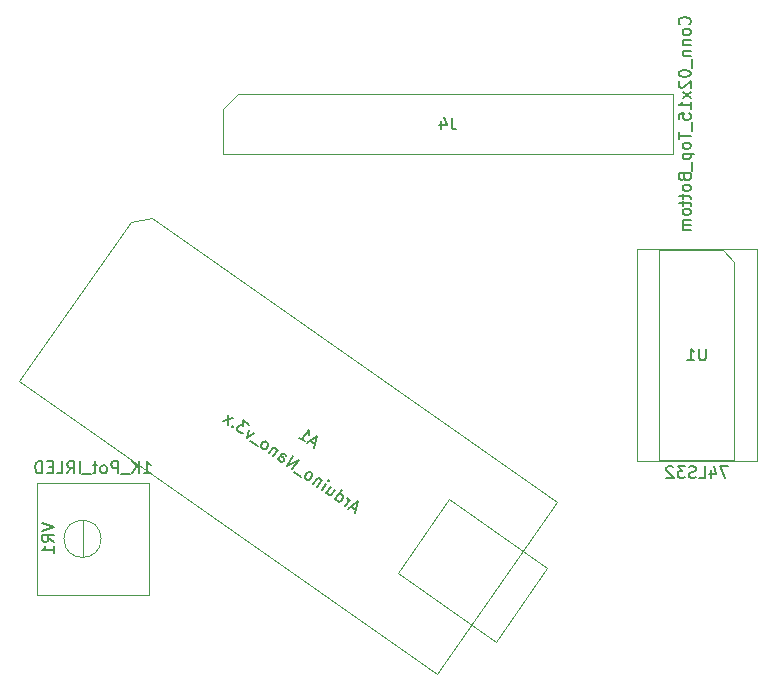
<source format=gbr>
G04 #@! TF.GenerationSoftware,KiCad,Pcbnew,7.0.5-7.0.5~ubuntu20.04.1*
G04 #@! TF.CreationDate,2023-08-30T13:21:52+01:00*
G04 #@! TF.ProjectId,Swarm-B_20230626,53776172-6d2d-4425-9f32-303233303632,rev?*
G04 #@! TF.SameCoordinates,Original*
G04 #@! TF.FileFunction,AssemblyDrawing,Bot*
%FSLAX46Y46*%
G04 Gerber Fmt 4.6, Leading zero omitted, Abs format (unit mm)*
G04 Created by KiCad (PCBNEW 7.0.5-7.0.5~ubuntu20.04.1) date 2023-08-30 13:21:52*
%MOMM*%
%LPD*%
G01*
G04 APERTURE LIST*
%ADD10C,0.150000*%
%ADD11C,0.100000*%
G04 APERTURE END LIST*
D10*
X111076479Y-107590625D02*
X110686407Y-107317493D01*
X110990614Y-107879295D02*
X111291140Y-106868951D01*
X111291140Y-106868951D02*
X110444513Y-107496910D01*
X110171462Y-107305718D02*
X110553847Y-106759617D01*
X110444594Y-106915646D02*
X110460213Y-106810318D01*
X110460213Y-106810318D02*
X110448519Y-106743998D01*
X110448519Y-106743998D02*
X110397818Y-106650364D01*
X110397818Y-106650364D02*
X110319803Y-106595738D01*
X109313303Y-106704828D02*
X109886879Y-105885676D01*
X109340616Y-106665821D02*
X109391317Y-106759455D01*
X109391317Y-106759455D02*
X109547346Y-106868707D01*
X109547346Y-106868707D02*
X109652674Y-106884326D01*
X109652674Y-106884326D02*
X109718994Y-106872632D01*
X109718994Y-106872632D02*
X109812628Y-106821931D01*
X109812628Y-106821931D02*
X109976507Y-106587888D01*
X109976507Y-106587888D02*
X109992126Y-106482560D01*
X109992126Y-106482560D02*
X109980432Y-106416240D01*
X109980432Y-106416240D02*
X109929730Y-106322606D01*
X109929730Y-106322606D02*
X109773701Y-106213353D01*
X109773701Y-106213353D02*
X109668374Y-106197734D01*
X108954549Y-105639777D02*
X108572165Y-106185878D01*
X109305615Y-105885595D02*
X109005170Y-106314675D01*
X109005170Y-106314675D02*
X108911536Y-106365376D01*
X108911536Y-106365376D02*
X108806208Y-106349757D01*
X108806208Y-106349757D02*
X108689187Y-106267818D01*
X108689187Y-106267818D02*
X108638485Y-106174184D01*
X108638485Y-106174184D02*
X108626791Y-106107864D01*
X108182093Y-105912747D02*
X108564477Y-105366645D01*
X108755669Y-105093595D02*
X108767363Y-105159915D01*
X108767363Y-105159915D02*
X108701043Y-105171609D01*
X108701043Y-105171609D02*
X108689349Y-105105289D01*
X108689349Y-105105289D02*
X108755669Y-105093595D01*
X108755669Y-105093595D02*
X108701043Y-105171609D01*
X108174405Y-105093514D02*
X107792021Y-105639615D01*
X108119779Y-105171528D02*
X108108084Y-105105208D01*
X108108084Y-105105208D02*
X108057383Y-105011574D01*
X108057383Y-105011574D02*
X107940361Y-104929635D01*
X107940361Y-104929635D02*
X107835034Y-104914016D01*
X107835034Y-104914016D02*
X107741400Y-104964717D01*
X107741400Y-104964717D02*
X107440955Y-105393797D01*
X106933861Y-105038726D02*
X107039189Y-105054345D01*
X107039189Y-105054345D02*
X107105509Y-105042651D01*
X107105509Y-105042651D02*
X107199143Y-104991949D01*
X107199143Y-104991949D02*
X107363022Y-104757906D01*
X107363022Y-104757906D02*
X107378641Y-104652578D01*
X107378641Y-104652578D02*
X107366947Y-104586258D01*
X107366947Y-104586258D02*
X107316245Y-104492624D01*
X107316245Y-104492624D02*
X107199224Y-104410685D01*
X107199224Y-104410685D02*
X107093896Y-104395066D01*
X107093896Y-104395066D02*
X107027576Y-104406760D01*
X107027576Y-104406760D02*
X106933942Y-104457461D01*
X106933942Y-104457461D02*
X106770063Y-104691504D01*
X106770063Y-104691504D02*
X106754444Y-104796832D01*
X106754444Y-104796832D02*
X106766138Y-104863152D01*
X106766138Y-104863152D02*
X106816839Y-104956786D01*
X106816839Y-104956786D02*
X106933861Y-105038726D01*
X106450155Y-104816295D02*
X105826039Y-104379285D01*
X105685629Y-104164704D02*
X106259206Y-103345552D01*
X106259206Y-103345552D02*
X105217542Y-103836946D01*
X105217542Y-103836946D02*
X105791119Y-103017794D01*
X104476405Y-103317996D02*
X104776850Y-102888916D01*
X104776850Y-102888916D02*
X104870483Y-102838215D01*
X104870483Y-102838215D02*
X104975811Y-102853834D01*
X104975811Y-102853834D02*
X105131840Y-102963087D01*
X105131840Y-102963087D02*
X105182541Y-103056720D01*
X104503718Y-103278989D02*
X104554419Y-103372622D01*
X104554419Y-103372622D02*
X104749456Y-103509188D01*
X104749456Y-103509188D02*
X104854783Y-103524807D01*
X104854783Y-103524807D02*
X104948417Y-103474106D01*
X104948417Y-103474106D02*
X105003043Y-103396092D01*
X105003043Y-103396092D02*
X105018662Y-103290764D01*
X105018662Y-103290764D02*
X104967961Y-103197130D01*
X104967961Y-103197130D02*
X104772925Y-103060564D01*
X104772925Y-103060564D02*
X104722223Y-102966931D01*
X104468717Y-102498763D02*
X104086332Y-103044864D01*
X104414090Y-102576778D02*
X104402396Y-102510457D01*
X104402396Y-102510457D02*
X104351695Y-102416824D01*
X104351695Y-102416824D02*
X104234673Y-102334884D01*
X104234673Y-102334884D02*
X104129346Y-102319265D01*
X104129346Y-102319265D02*
X104035712Y-102369966D01*
X104035712Y-102369966D02*
X103735267Y-102799046D01*
X103228173Y-102443975D02*
X103333501Y-102459594D01*
X103333501Y-102459594D02*
X103399821Y-102447900D01*
X103399821Y-102447900D02*
X103493455Y-102397198D01*
X103493455Y-102397198D02*
X103657334Y-102163155D01*
X103657334Y-102163155D02*
X103672953Y-102057827D01*
X103672953Y-102057827D02*
X103661259Y-101991507D01*
X103661259Y-101991507D02*
X103610557Y-101897873D01*
X103610557Y-101897873D02*
X103493536Y-101815934D01*
X103493536Y-101815934D02*
X103388208Y-101800315D01*
X103388208Y-101800315D02*
X103321888Y-101812009D01*
X103321888Y-101812009D02*
X103228254Y-101862710D01*
X103228254Y-101862710D02*
X103064375Y-102096754D01*
X103064375Y-102096754D02*
X103048756Y-102202081D01*
X103048756Y-102202081D02*
X103060450Y-102268402D01*
X103060450Y-102268402D02*
X103111151Y-102362035D01*
X103111151Y-102362035D02*
X103228173Y-102443975D01*
X102744467Y-102221544D02*
X102120351Y-101784534D01*
X102440340Y-101078478D02*
X101862919Y-101488014D01*
X101862919Y-101488014D02*
X102050267Y-100805347D01*
X102007416Y-100368417D02*
X101500322Y-100013346D01*
X101500322Y-100013346D02*
X101554867Y-100516596D01*
X101554867Y-100516596D02*
X101437845Y-100434656D01*
X101437845Y-100434656D02*
X101332518Y-100419037D01*
X101332518Y-100419037D02*
X101266197Y-100430731D01*
X101266197Y-100430731D02*
X101172564Y-100481433D01*
X101172564Y-100481433D02*
X101035998Y-100676469D01*
X101035998Y-100676469D02*
X101020379Y-100781796D01*
X101020379Y-100781796D02*
X101032073Y-100848117D01*
X101032073Y-100848117D02*
X101082774Y-100941750D01*
X101082774Y-100941750D02*
X101316818Y-101105629D01*
X101316818Y-101105629D02*
X101422145Y-101121248D01*
X101422145Y-101121248D02*
X101488466Y-101109554D01*
X100630306Y-100508665D02*
X100563986Y-100520359D01*
X100563986Y-100520359D02*
X100575680Y-100586679D01*
X100575680Y-100586679D02*
X100642001Y-100574985D01*
X100642001Y-100574985D02*
X100630306Y-100508665D01*
X100630306Y-100508665D02*
X100575680Y-100586679D01*
X100263623Y-100368174D02*
X100216927Y-99521628D01*
X100646007Y-99822073D02*
X99834543Y-100067729D01*
X107598947Y-102054864D02*
X107208874Y-101781732D01*
X107513082Y-102343533D02*
X107813608Y-101333189D01*
X107813608Y-101333189D02*
X106966981Y-101961149D01*
X106264850Y-101469512D02*
X106732937Y-101797270D01*
X106498894Y-101633391D02*
X107072470Y-100814239D01*
X107072470Y-100814239D02*
X107068545Y-100985887D01*
X107068545Y-100985887D02*
X107091933Y-101118528D01*
X107091933Y-101118528D02*
X107142635Y-101212161D01*
X142596856Y-103892819D02*
X141930190Y-103892819D01*
X141930190Y-103892819D02*
X142358761Y-104892819D01*
X141120666Y-104226152D02*
X141120666Y-104892819D01*
X141358761Y-103845200D02*
X141596856Y-104559485D01*
X141596856Y-104559485D02*
X140977809Y-104559485D01*
X140120666Y-104892819D02*
X140596856Y-104892819D01*
X140596856Y-104892819D02*
X140596856Y-103892819D01*
X139834951Y-104845200D02*
X139692094Y-104892819D01*
X139692094Y-104892819D02*
X139453999Y-104892819D01*
X139453999Y-104892819D02*
X139358761Y-104845200D01*
X139358761Y-104845200D02*
X139311142Y-104797580D01*
X139311142Y-104797580D02*
X139263523Y-104702342D01*
X139263523Y-104702342D02*
X139263523Y-104607104D01*
X139263523Y-104607104D02*
X139311142Y-104511866D01*
X139311142Y-104511866D02*
X139358761Y-104464247D01*
X139358761Y-104464247D02*
X139453999Y-104416628D01*
X139453999Y-104416628D02*
X139644475Y-104369009D01*
X139644475Y-104369009D02*
X139739713Y-104321390D01*
X139739713Y-104321390D02*
X139787332Y-104273771D01*
X139787332Y-104273771D02*
X139834951Y-104178533D01*
X139834951Y-104178533D02*
X139834951Y-104083295D01*
X139834951Y-104083295D02*
X139787332Y-103988057D01*
X139787332Y-103988057D02*
X139739713Y-103940438D01*
X139739713Y-103940438D02*
X139644475Y-103892819D01*
X139644475Y-103892819D02*
X139406380Y-103892819D01*
X139406380Y-103892819D02*
X139263523Y-103940438D01*
X138930189Y-103892819D02*
X138311142Y-103892819D01*
X138311142Y-103892819D02*
X138644475Y-104273771D01*
X138644475Y-104273771D02*
X138501618Y-104273771D01*
X138501618Y-104273771D02*
X138406380Y-104321390D01*
X138406380Y-104321390D02*
X138358761Y-104369009D01*
X138358761Y-104369009D02*
X138311142Y-104464247D01*
X138311142Y-104464247D02*
X138311142Y-104702342D01*
X138311142Y-104702342D02*
X138358761Y-104797580D01*
X138358761Y-104797580D02*
X138406380Y-104845200D01*
X138406380Y-104845200D02*
X138501618Y-104892819D01*
X138501618Y-104892819D02*
X138787332Y-104892819D01*
X138787332Y-104892819D02*
X138882570Y-104845200D01*
X138882570Y-104845200D02*
X138930189Y-104797580D01*
X137930189Y-103988057D02*
X137882570Y-103940438D01*
X137882570Y-103940438D02*
X137787332Y-103892819D01*
X137787332Y-103892819D02*
X137549237Y-103892819D01*
X137549237Y-103892819D02*
X137453999Y-103940438D01*
X137453999Y-103940438D02*
X137406380Y-103988057D01*
X137406380Y-103988057D02*
X137358761Y-104083295D01*
X137358761Y-104083295D02*
X137358761Y-104178533D01*
X137358761Y-104178533D02*
X137406380Y-104321390D01*
X137406380Y-104321390D02*
X137977808Y-104892819D01*
X137977808Y-104892819D02*
X137358761Y-104892819D01*
X140715904Y-93942819D02*
X140715904Y-94752342D01*
X140715904Y-94752342D02*
X140668285Y-94847580D01*
X140668285Y-94847580D02*
X140620666Y-94895200D01*
X140620666Y-94895200D02*
X140525428Y-94942819D01*
X140525428Y-94942819D02*
X140334952Y-94942819D01*
X140334952Y-94942819D02*
X140239714Y-94895200D01*
X140239714Y-94895200D02*
X140192095Y-94847580D01*
X140192095Y-94847580D02*
X140144476Y-94752342D01*
X140144476Y-94752342D02*
X140144476Y-93942819D01*
X139144476Y-94942819D02*
X139715904Y-94942819D01*
X139430190Y-94942819D02*
X139430190Y-93942819D01*
X139430190Y-93942819D02*
X139525428Y-94085676D01*
X139525428Y-94085676D02*
X139620666Y-94180914D01*
X139620666Y-94180914D02*
X139715904Y-94228533D01*
X93113524Y-104487819D02*
X93684952Y-104487819D01*
X93399238Y-104487819D02*
X93399238Y-103487819D01*
X93399238Y-103487819D02*
X93494476Y-103630676D01*
X93494476Y-103630676D02*
X93589714Y-103725914D01*
X93589714Y-103725914D02*
X93684952Y-103773533D01*
X92684952Y-104487819D02*
X92684952Y-103487819D01*
X92113524Y-104487819D02*
X92542095Y-103916390D01*
X92113524Y-103487819D02*
X92684952Y-104059247D01*
X91923048Y-104583057D02*
X91161143Y-104583057D01*
X90923047Y-104487819D02*
X90923047Y-103487819D01*
X90923047Y-103487819D02*
X90542095Y-103487819D01*
X90542095Y-103487819D02*
X90446857Y-103535438D01*
X90446857Y-103535438D02*
X90399238Y-103583057D01*
X90399238Y-103583057D02*
X90351619Y-103678295D01*
X90351619Y-103678295D02*
X90351619Y-103821152D01*
X90351619Y-103821152D02*
X90399238Y-103916390D01*
X90399238Y-103916390D02*
X90446857Y-103964009D01*
X90446857Y-103964009D02*
X90542095Y-104011628D01*
X90542095Y-104011628D02*
X90923047Y-104011628D01*
X89780190Y-104487819D02*
X89875428Y-104440200D01*
X89875428Y-104440200D02*
X89923047Y-104392580D01*
X89923047Y-104392580D02*
X89970666Y-104297342D01*
X89970666Y-104297342D02*
X89970666Y-104011628D01*
X89970666Y-104011628D02*
X89923047Y-103916390D01*
X89923047Y-103916390D02*
X89875428Y-103868771D01*
X89875428Y-103868771D02*
X89780190Y-103821152D01*
X89780190Y-103821152D02*
X89637333Y-103821152D01*
X89637333Y-103821152D02*
X89542095Y-103868771D01*
X89542095Y-103868771D02*
X89494476Y-103916390D01*
X89494476Y-103916390D02*
X89446857Y-104011628D01*
X89446857Y-104011628D02*
X89446857Y-104297342D01*
X89446857Y-104297342D02*
X89494476Y-104392580D01*
X89494476Y-104392580D02*
X89542095Y-104440200D01*
X89542095Y-104440200D02*
X89637333Y-104487819D01*
X89637333Y-104487819D02*
X89780190Y-104487819D01*
X89161142Y-103821152D02*
X88780190Y-103821152D01*
X89018285Y-103487819D02*
X89018285Y-104344961D01*
X89018285Y-104344961D02*
X88970666Y-104440200D01*
X88970666Y-104440200D02*
X88875428Y-104487819D01*
X88875428Y-104487819D02*
X88780190Y-104487819D01*
X88684952Y-104583057D02*
X87923047Y-104583057D01*
X87684951Y-104487819D02*
X87684951Y-103487819D01*
X86637333Y-104487819D02*
X86970666Y-104011628D01*
X87208761Y-104487819D02*
X87208761Y-103487819D01*
X87208761Y-103487819D02*
X86827809Y-103487819D01*
X86827809Y-103487819D02*
X86732571Y-103535438D01*
X86732571Y-103535438D02*
X86684952Y-103583057D01*
X86684952Y-103583057D02*
X86637333Y-103678295D01*
X86637333Y-103678295D02*
X86637333Y-103821152D01*
X86637333Y-103821152D02*
X86684952Y-103916390D01*
X86684952Y-103916390D02*
X86732571Y-103964009D01*
X86732571Y-103964009D02*
X86827809Y-104011628D01*
X86827809Y-104011628D02*
X87208761Y-104011628D01*
X85732571Y-104487819D02*
X86208761Y-104487819D01*
X86208761Y-104487819D02*
X86208761Y-103487819D01*
X85399237Y-103964009D02*
X85065904Y-103964009D01*
X84923047Y-104487819D02*
X85399237Y-104487819D01*
X85399237Y-104487819D02*
X85399237Y-103487819D01*
X85399237Y-103487819D02*
X84923047Y-103487819D01*
X84494475Y-104487819D02*
X84494475Y-103487819D01*
X84494475Y-103487819D02*
X84256380Y-103487819D01*
X84256380Y-103487819D02*
X84113523Y-103535438D01*
X84113523Y-103535438D02*
X84018285Y-103630676D01*
X84018285Y-103630676D02*
X83970666Y-103725914D01*
X83970666Y-103725914D02*
X83923047Y-103916390D01*
X83923047Y-103916390D02*
X83923047Y-104059247D01*
X83923047Y-104059247D02*
X83970666Y-104249723D01*
X83970666Y-104249723D02*
X84018285Y-104344961D01*
X84018285Y-104344961D02*
X84113523Y-104440200D01*
X84113523Y-104440200D02*
X84256380Y-104487819D01*
X84256380Y-104487819D02*
X84494475Y-104487819D01*
X84493819Y-108738476D02*
X85493819Y-109071809D01*
X85493819Y-109071809D02*
X84493819Y-109405142D01*
X85493819Y-110309904D02*
X85017628Y-109976571D01*
X85493819Y-109738476D02*
X84493819Y-109738476D01*
X84493819Y-109738476D02*
X84493819Y-110119428D01*
X84493819Y-110119428D02*
X84541438Y-110214666D01*
X84541438Y-110214666D02*
X84589057Y-110262285D01*
X84589057Y-110262285D02*
X84684295Y-110309904D01*
X84684295Y-110309904D02*
X84827152Y-110309904D01*
X84827152Y-110309904D02*
X84922390Y-110262285D01*
X84922390Y-110262285D02*
X84970009Y-110214666D01*
X84970009Y-110214666D02*
X85017628Y-110119428D01*
X85017628Y-110119428D02*
X85017628Y-109738476D01*
X85493819Y-111262285D02*
X85493819Y-110690857D01*
X85493819Y-110976571D02*
X84493819Y-110976571D01*
X84493819Y-110976571D02*
X84636676Y-110881333D01*
X84636676Y-110881333D02*
X84731914Y-110786095D01*
X84731914Y-110786095D02*
X84779533Y-110690857D01*
X139313580Y-66489427D02*
X139361200Y-66441808D01*
X139361200Y-66441808D02*
X139408819Y-66298951D01*
X139408819Y-66298951D02*
X139408819Y-66203713D01*
X139408819Y-66203713D02*
X139361200Y-66060856D01*
X139361200Y-66060856D02*
X139265961Y-65965618D01*
X139265961Y-65965618D02*
X139170723Y-65917999D01*
X139170723Y-65917999D02*
X138980247Y-65870380D01*
X138980247Y-65870380D02*
X138837390Y-65870380D01*
X138837390Y-65870380D02*
X138646914Y-65917999D01*
X138646914Y-65917999D02*
X138551676Y-65965618D01*
X138551676Y-65965618D02*
X138456438Y-66060856D01*
X138456438Y-66060856D02*
X138408819Y-66203713D01*
X138408819Y-66203713D02*
X138408819Y-66298951D01*
X138408819Y-66298951D02*
X138456438Y-66441808D01*
X138456438Y-66441808D02*
X138504057Y-66489427D01*
X139408819Y-67060856D02*
X139361200Y-66965618D01*
X139361200Y-66965618D02*
X139313580Y-66917999D01*
X139313580Y-66917999D02*
X139218342Y-66870380D01*
X139218342Y-66870380D02*
X138932628Y-66870380D01*
X138932628Y-66870380D02*
X138837390Y-66917999D01*
X138837390Y-66917999D02*
X138789771Y-66965618D01*
X138789771Y-66965618D02*
X138742152Y-67060856D01*
X138742152Y-67060856D02*
X138742152Y-67203713D01*
X138742152Y-67203713D02*
X138789771Y-67298951D01*
X138789771Y-67298951D02*
X138837390Y-67346570D01*
X138837390Y-67346570D02*
X138932628Y-67394189D01*
X138932628Y-67394189D02*
X139218342Y-67394189D01*
X139218342Y-67394189D02*
X139313580Y-67346570D01*
X139313580Y-67346570D02*
X139361200Y-67298951D01*
X139361200Y-67298951D02*
X139408819Y-67203713D01*
X139408819Y-67203713D02*
X139408819Y-67060856D01*
X138742152Y-67822761D02*
X139408819Y-67822761D01*
X138837390Y-67822761D02*
X138789771Y-67870380D01*
X138789771Y-67870380D02*
X138742152Y-67965618D01*
X138742152Y-67965618D02*
X138742152Y-68108475D01*
X138742152Y-68108475D02*
X138789771Y-68203713D01*
X138789771Y-68203713D02*
X138885009Y-68251332D01*
X138885009Y-68251332D02*
X139408819Y-68251332D01*
X138742152Y-68727523D02*
X139408819Y-68727523D01*
X138837390Y-68727523D02*
X138789771Y-68775142D01*
X138789771Y-68775142D02*
X138742152Y-68870380D01*
X138742152Y-68870380D02*
X138742152Y-69013237D01*
X138742152Y-69013237D02*
X138789771Y-69108475D01*
X138789771Y-69108475D02*
X138885009Y-69156094D01*
X138885009Y-69156094D02*
X139408819Y-69156094D01*
X139504057Y-69394190D02*
X139504057Y-70156094D01*
X138408819Y-70584666D02*
X138408819Y-70679904D01*
X138408819Y-70679904D02*
X138456438Y-70775142D01*
X138456438Y-70775142D02*
X138504057Y-70822761D01*
X138504057Y-70822761D02*
X138599295Y-70870380D01*
X138599295Y-70870380D02*
X138789771Y-70917999D01*
X138789771Y-70917999D02*
X139027866Y-70917999D01*
X139027866Y-70917999D02*
X139218342Y-70870380D01*
X139218342Y-70870380D02*
X139313580Y-70822761D01*
X139313580Y-70822761D02*
X139361200Y-70775142D01*
X139361200Y-70775142D02*
X139408819Y-70679904D01*
X139408819Y-70679904D02*
X139408819Y-70584666D01*
X139408819Y-70584666D02*
X139361200Y-70489428D01*
X139361200Y-70489428D02*
X139313580Y-70441809D01*
X139313580Y-70441809D02*
X139218342Y-70394190D01*
X139218342Y-70394190D02*
X139027866Y-70346571D01*
X139027866Y-70346571D02*
X138789771Y-70346571D01*
X138789771Y-70346571D02*
X138599295Y-70394190D01*
X138599295Y-70394190D02*
X138504057Y-70441809D01*
X138504057Y-70441809D02*
X138456438Y-70489428D01*
X138456438Y-70489428D02*
X138408819Y-70584666D01*
X138504057Y-71298952D02*
X138456438Y-71346571D01*
X138456438Y-71346571D02*
X138408819Y-71441809D01*
X138408819Y-71441809D02*
X138408819Y-71679904D01*
X138408819Y-71679904D02*
X138456438Y-71775142D01*
X138456438Y-71775142D02*
X138504057Y-71822761D01*
X138504057Y-71822761D02*
X138599295Y-71870380D01*
X138599295Y-71870380D02*
X138694533Y-71870380D01*
X138694533Y-71870380D02*
X138837390Y-71822761D01*
X138837390Y-71822761D02*
X139408819Y-71251333D01*
X139408819Y-71251333D02*
X139408819Y-71870380D01*
X139408819Y-72203714D02*
X138742152Y-72727523D01*
X138742152Y-72203714D02*
X139408819Y-72727523D01*
X139408819Y-73632285D02*
X139408819Y-73060857D01*
X139408819Y-73346571D02*
X138408819Y-73346571D01*
X138408819Y-73346571D02*
X138551676Y-73251333D01*
X138551676Y-73251333D02*
X138646914Y-73156095D01*
X138646914Y-73156095D02*
X138694533Y-73060857D01*
X138408819Y-74537047D02*
X138408819Y-74060857D01*
X138408819Y-74060857D02*
X138885009Y-74013238D01*
X138885009Y-74013238D02*
X138837390Y-74060857D01*
X138837390Y-74060857D02*
X138789771Y-74156095D01*
X138789771Y-74156095D02*
X138789771Y-74394190D01*
X138789771Y-74394190D02*
X138837390Y-74489428D01*
X138837390Y-74489428D02*
X138885009Y-74537047D01*
X138885009Y-74537047D02*
X138980247Y-74584666D01*
X138980247Y-74584666D02*
X139218342Y-74584666D01*
X139218342Y-74584666D02*
X139313580Y-74537047D01*
X139313580Y-74537047D02*
X139361200Y-74489428D01*
X139361200Y-74489428D02*
X139408819Y-74394190D01*
X139408819Y-74394190D02*
X139408819Y-74156095D01*
X139408819Y-74156095D02*
X139361200Y-74060857D01*
X139361200Y-74060857D02*
X139313580Y-74013238D01*
X139504057Y-74775143D02*
X139504057Y-75537047D01*
X138408819Y-75632286D02*
X138408819Y-76203714D01*
X139408819Y-75918000D02*
X138408819Y-75918000D01*
X139408819Y-76679905D02*
X139361200Y-76584667D01*
X139361200Y-76584667D02*
X139313580Y-76537048D01*
X139313580Y-76537048D02*
X139218342Y-76489429D01*
X139218342Y-76489429D02*
X138932628Y-76489429D01*
X138932628Y-76489429D02*
X138837390Y-76537048D01*
X138837390Y-76537048D02*
X138789771Y-76584667D01*
X138789771Y-76584667D02*
X138742152Y-76679905D01*
X138742152Y-76679905D02*
X138742152Y-76822762D01*
X138742152Y-76822762D02*
X138789771Y-76918000D01*
X138789771Y-76918000D02*
X138837390Y-76965619D01*
X138837390Y-76965619D02*
X138932628Y-77013238D01*
X138932628Y-77013238D02*
X139218342Y-77013238D01*
X139218342Y-77013238D02*
X139313580Y-76965619D01*
X139313580Y-76965619D02*
X139361200Y-76918000D01*
X139361200Y-76918000D02*
X139408819Y-76822762D01*
X139408819Y-76822762D02*
X139408819Y-76679905D01*
X138742152Y-77441810D02*
X139742152Y-77441810D01*
X138789771Y-77441810D02*
X138742152Y-77537048D01*
X138742152Y-77537048D02*
X138742152Y-77727524D01*
X138742152Y-77727524D02*
X138789771Y-77822762D01*
X138789771Y-77822762D02*
X138837390Y-77870381D01*
X138837390Y-77870381D02*
X138932628Y-77918000D01*
X138932628Y-77918000D02*
X139218342Y-77918000D01*
X139218342Y-77918000D02*
X139313580Y-77870381D01*
X139313580Y-77870381D02*
X139361200Y-77822762D01*
X139361200Y-77822762D02*
X139408819Y-77727524D01*
X139408819Y-77727524D02*
X139408819Y-77537048D01*
X139408819Y-77537048D02*
X139361200Y-77441810D01*
X139504057Y-78108477D02*
X139504057Y-78870381D01*
X138885009Y-79441810D02*
X138932628Y-79584667D01*
X138932628Y-79584667D02*
X138980247Y-79632286D01*
X138980247Y-79632286D02*
X139075485Y-79679905D01*
X139075485Y-79679905D02*
X139218342Y-79679905D01*
X139218342Y-79679905D02*
X139313580Y-79632286D01*
X139313580Y-79632286D02*
X139361200Y-79584667D01*
X139361200Y-79584667D02*
X139408819Y-79489429D01*
X139408819Y-79489429D02*
X139408819Y-79108477D01*
X139408819Y-79108477D02*
X138408819Y-79108477D01*
X138408819Y-79108477D02*
X138408819Y-79441810D01*
X138408819Y-79441810D02*
X138456438Y-79537048D01*
X138456438Y-79537048D02*
X138504057Y-79584667D01*
X138504057Y-79584667D02*
X138599295Y-79632286D01*
X138599295Y-79632286D02*
X138694533Y-79632286D01*
X138694533Y-79632286D02*
X138789771Y-79584667D01*
X138789771Y-79584667D02*
X138837390Y-79537048D01*
X138837390Y-79537048D02*
X138885009Y-79441810D01*
X138885009Y-79441810D02*
X138885009Y-79108477D01*
X139408819Y-80251334D02*
X139361200Y-80156096D01*
X139361200Y-80156096D02*
X139313580Y-80108477D01*
X139313580Y-80108477D02*
X139218342Y-80060858D01*
X139218342Y-80060858D02*
X138932628Y-80060858D01*
X138932628Y-80060858D02*
X138837390Y-80108477D01*
X138837390Y-80108477D02*
X138789771Y-80156096D01*
X138789771Y-80156096D02*
X138742152Y-80251334D01*
X138742152Y-80251334D02*
X138742152Y-80394191D01*
X138742152Y-80394191D02*
X138789771Y-80489429D01*
X138789771Y-80489429D02*
X138837390Y-80537048D01*
X138837390Y-80537048D02*
X138932628Y-80584667D01*
X138932628Y-80584667D02*
X139218342Y-80584667D01*
X139218342Y-80584667D02*
X139313580Y-80537048D01*
X139313580Y-80537048D02*
X139361200Y-80489429D01*
X139361200Y-80489429D02*
X139408819Y-80394191D01*
X139408819Y-80394191D02*
X139408819Y-80251334D01*
X138742152Y-80870382D02*
X138742152Y-81251334D01*
X138408819Y-81013239D02*
X139265961Y-81013239D01*
X139265961Y-81013239D02*
X139361200Y-81060858D01*
X139361200Y-81060858D02*
X139408819Y-81156096D01*
X139408819Y-81156096D02*
X139408819Y-81251334D01*
X138742152Y-81441811D02*
X138742152Y-81822763D01*
X138408819Y-81584668D02*
X139265961Y-81584668D01*
X139265961Y-81584668D02*
X139361200Y-81632287D01*
X139361200Y-81632287D02*
X139408819Y-81727525D01*
X139408819Y-81727525D02*
X139408819Y-81822763D01*
X139408819Y-82298954D02*
X139361200Y-82203716D01*
X139361200Y-82203716D02*
X139313580Y-82156097D01*
X139313580Y-82156097D02*
X139218342Y-82108478D01*
X139218342Y-82108478D02*
X138932628Y-82108478D01*
X138932628Y-82108478D02*
X138837390Y-82156097D01*
X138837390Y-82156097D02*
X138789771Y-82203716D01*
X138789771Y-82203716D02*
X138742152Y-82298954D01*
X138742152Y-82298954D02*
X138742152Y-82441811D01*
X138742152Y-82441811D02*
X138789771Y-82537049D01*
X138789771Y-82537049D02*
X138837390Y-82584668D01*
X138837390Y-82584668D02*
X138932628Y-82632287D01*
X138932628Y-82632287D02*
X139218342Y-82632287D01*
X139218342Y-82632287D02*
X139313580Y-82584668D01*
X139313580Y-82584668D02*
X139361200Y-82537049D01*
X139361200Y-82537049D02*
X139408819Y-82441811D01*
X139408819Y-82441811D02*
X139408819Y-82298954D01*
X139408819Y-83060859D02*
X138742152Y-83060859D01*
X138837390Y-83060859D02*
X138789771Y-83108478D01*
X138789771Y-83108478D02*
X138742152Y-83203716D01*
X138742152Y-83203716D02*
X138742152Y-83346573D01*
X138742152Y-83346573D02*
X138789771Y-83441811D01*
X138789771Y-83441811D02*
X138885009Y-83489430D01*
X138885009Y-83489430D02*
X139408819Y-83489430D01*
X138885009Y-83489430D02*
X138789771Y-83537049D01*
X138789771Y-83537049D02*
X138742152Y-83632287D01*
X138742152Y-83632287D02*
X138742152Y-83775144D01*
X138742152Y-83775144D02*
X138789771Y-83870383D01*
X138789771Y-83870383D02*
X138885009Y-83918002D01*
X138885009Y-83918002D02*
X139408819Y-83918002D01*
X119177333Y-74372819D02*
X119177333Y-75087104D01*
X119177333Y-75087104D02*
X119224952Y-75229961D01*
X119224952Y-75229961D02*
X119320190Y-75325200D01*
X119320190Y-75325200D02*
X119463047Y-75372819D01*
X119463047Y-75372819D02*
X119558285Y-75372819D01*
X118272571Y-74706152D02*
X118272571Y-75372819D01*
X118510666Y-74325200D02*
X118748761Y-75039485D01*
X118748761Y-75039485D02*
X118129714Y-75039485D01*
D11*
X128126655Y-106919778D02*
X93795993Y-82881190D01*
X93795993Y-82881190D02*
X92027228Y-83193071D01*
X92027228Y-83193071D02*
X82557481Y-96717271D01*
X127293533Y-112537955D02*
X118970948Y-106710418D01*
X118970948Y-106710418D02*
X114600296Y-112952357D01*
X122922881Y-118779893D02*
X127293533Y-112537955D01*
X114600296Y-112952357D02*
X122922881Y-118779893D01*
X117928466Y-121484302D02*
X128126655Y-106919778D01*
X82557481Y-96717271D02*
X117928466Y-121484302D01*
X145034000Y-103438000D02*
X134874000Y-103438000D01*
X145034000Y-85538000D02*
X145034000Y-103438000D01*
X143129000Y-103378000D02*
X143129000Y-86598000D01*
X143129000Y-86598000D02*
X142129000Y-85598000D01*
X142129000Y-85598000D02*
X136779000Y-85598000D01*
X136779000Y-103378000D02*
X143129000Y-103378000D01*
X136779000Y-85598000D02*
X136779000Y-103378000D01*
X134874000Y-103438000D02*
X134874000Y-85538000D01*
X134874000Y-85538000D02*
X145034000Y-85538000D01*
X84039000Y-105283000D02*
X93569000Y-105283000D01*
X84039000Y-114813000D02*
X84039000Y-105283000D01*
X87928000Y-108488000D02*
X87929000Y-111607000D01*
X87928000Y-108488000D02*
X87929000Y-111607000D01*
X93569000Y-105283000D02*
X93569000Y-114813000D01*
X93569000Y-114813000D02*
X84039000Y-114813000D01*
X89503000Y-110048000D02*
G75*
G03*
X89503000Y-110048000I-1575000J0D01*
G01*
X137894000Y-72378000D02*
X101064000Y-72378000D01*
X101064000Y-72378000D02*
X99794000Y-73648000D01*
X99794000Y-73648000D02*
X99794000Y-77458000D01*
X137894000Y-77458000D02*
X137894000Y-72378000D01*
X99794000Y-77458000D02*
X137894000Y-77458000D01*
M02*

</source>
